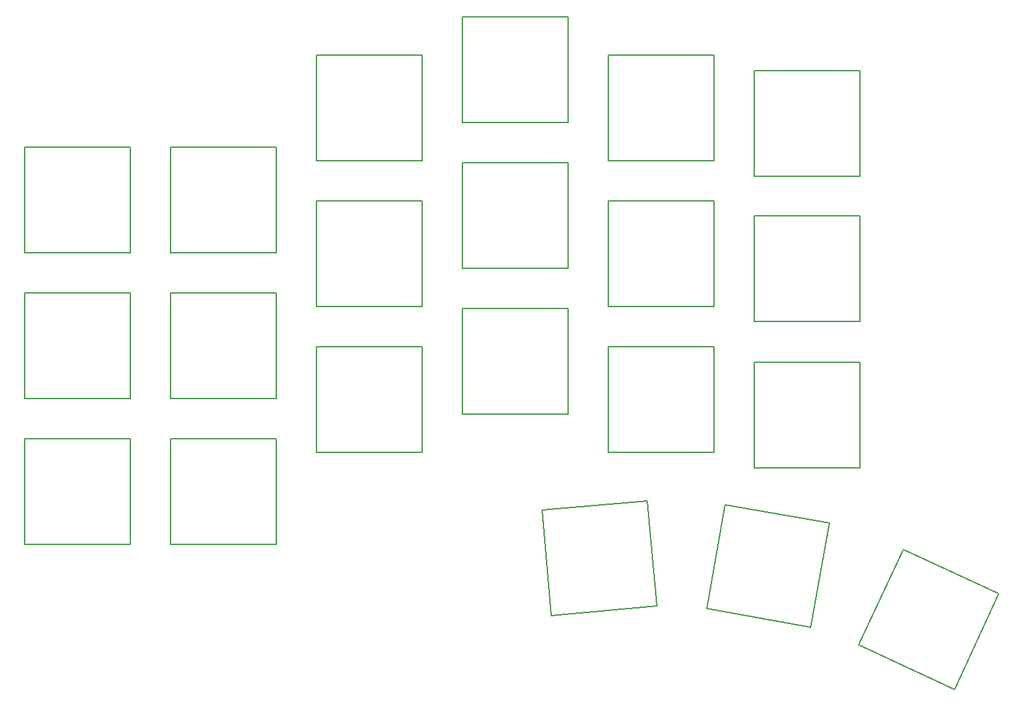
<source format=gbr>
%TF.GenerationSoftware,KiCad,Pcbnew,(6.0.11)*%
%TF.CreationDate,2023-02-16T19:43:17+01:00*%
%TF.ProjectId,keyboard_pcb,6b657962-6f61-4726-945f-7063622e6b69,rev1.0*%
%TF.SameCoordinates,Original*%
%TF.FileFunction,Other,ECO2*%
%FSLAX46Y46*%
G04 Gerber Fmt 4.6, Leading zero omitted, Abs format (unit mm)*
G04 Created by KiCad (PCBNEW (6.0.11)) date 2023-02-16 19:43:17*
%MOMM*%
%LPD*%
G01*
G04 APERTURE LIST*
%ADD10C,0.150000*%
G04 APERTURE END LIST*
D10*
%TO.C,K32*%
X174830410Y-126337458D02*
X187337458Y-132169590D01*
X193169590Y-119662542D02*
X180662542Y-113830410D01*
X193169590Y-119662542D02*
X187337458Y-132169590D01*
X174830410Y-126337458D02*
X180662542Y-113830410D01*
%TO.C,K31*%
X155006654Y-121597001D02*
X168597001Y-123993346D01*
X170993346Y-110402999D02*
X157402999Y-108006654D01*
X170993346Y-110402999D02*
X168597001Y-123993346D01*
X155006654Y-121597001D02*
X157402999Y-108006654D01*
%TO.C,K30*%
X134727631Y-122475118D02*
X148475118Y-121272369D01*
X147272369Y-107524882D02*
X133524882Y-108727631D01*
X147272369Y-107524882D02*
X148475118Y-121272369D01*
X134727631Y-122475118D02*
X133524882Y-108727631D01*
%TO.C,K25*%
X161250000Y-103208000D02*
X175050000Y-103208000D01*
X175050000Y-89408000D02*
X161250000Y-89408000D01*
X175050000Y-89408000D02*
X175050000Y-103208000D01*
X161250000Y-103208000D02*
X161250000Y-89408000D01*
%TO.C,K24*%
X142200000Y-101208000D02*
X156000000Y-101208000D01*
X156000000Y-87408000D02*
X142200000Y-87408000D01*
X156000000Y-87408000D02*
X156000000Y-101208000D01*
X142200000Y-101208000D02*
X142200000Y-87408000D01*
%TO.C,K23*%
X123150000Y-96208000D02*
X136950000Y-96208000D01*
X136950000Y-82408000D02*
X123150000Y-82408000D01*
X136950000Y-82408000D02*
X136950000Y-96208000D01*
X123150000Y-96208000D02*
X123150000Y-82408000D01*
%TO.C,K22*%
X104100000Y-101208000D02*
X117900000Y-101208000D01*
X117900000Y-87408000D02*
X104100000Y-87408000D01*
X117900000Y-87408000D02*
X117900000Y-101208000D01*
X104100000Y-101208000D02*
X104100000Y-87408000D01*
%TO.C,K21*%
X85050000Y-113208000D02*
X98850000Y-113208000D01*
X98850000Y-99408000D02*
X85050000Y-99408000D01*
X98850000Y-99408000D02*
X98850000Y-113208000D01*
X85050000Y-113208000D02*
X85050000Y-99408000D01*
%TO.C,K20*%
X66000000Y-113208000D02*
X79800000Y-113208000D01*
X79800000Y-99408000D02*
X66000000Y-99408000D01*
X79800000Y-99408000D02*
X79800000Y-113208000D01*
X66000000Y-113208000D02*
X66000000Y-99408000D01*
%TO.C,K15*%
X161250000Y-84071000D02*
X175050000Y-84071000D01*
X175050000Y-70271000D02*
X161250000Y-70271000D01*
X175050000Y-70271000D02*
X175050000Y-84071000D01*
X161250000Y-84071000D02*
X161250000Y-70271000D01*
%TO.C,K14*%
X142200000Y-82158000D02*
X156000000Y-82158000D01*
X156000000Y-68358000D02*
X142200000Y-68358000D01*
X156000000Y-68358000D02*
X156000000Y-82158000D01*
X142200000Y-82158000D02*
X142200000Y-68358000D01*
%TO.C,K13*%
X123150000Y-77158000D02*
X136950000Y-77158000D01*
X136950000Y-63358000D02*
X123150000Y-63358000D01*
X136950000Y-63358000D02*
X136950000Y-77158000D01*
X123150000Y-77158000D02*
X123150000Y-63358000D01*
%TO.C,K12*%
X104100000Y-82158000D02*
X117900000Y-82158000D01*
X117900000Y-68358000D02*
X104100000Y-68358000D01*
X117900000Y-68358000D02*
X117900000Y-82158000D01*
X104100000Y-82158000D02*
X104100000Y-68358000D01*
%TO.C,K11*%
X85050000Y-94158000D02*
X98850000Y-94158000D01*
X98850000Y-80358000D02*
X85050000Y-80358000D01*
X98850000Y-80358000D02*
X98850000Y-94158000D01*
X85050000Y-94158000D02*
X85050000Y-80358000D01*
%TO.C,K10*%
X66000000Y-94158000D02*
X79800000Y-94158000D01*
X79800000Y-80358000D02*
X66000000Y-80358000D01*
X79800000Y-80358000D02*
X79800000Y-94158000D01*
X66000000Y-94158000D02*
X66000000Y-80358000D01*
%TO.C,K5*%
X161250000Y-65108000D02*
X175050000Y-65108000D01*
X175050000Y-51308000D02*
X161250000Y-51308000D01*
X175050000Y-51308000D02*
X175050000Y-65108000D01*
X161250000Y-65108000D02*
X161250000Y-51308000D01*
%TO.C,K4*%
X142200000Y-63108000D02*
X156000000Y-63108000D01*
X156000000Y-49308000D02*
X142200000Y-49308000D01*
X156000000Y-49308000D02*
X156000000Y-63108000D01*
X142200000Y-63108000D02*
X142200000Y-49308000D01*
%TO.C,K3*%
X123150000Y-58108000D02*
X136950000Y-58108000D01*
X136950000Y-44308000D02*
X123150000Y-44308000D01*
X136950000Y-44308000D02*
X136950000Y-58108000D01*
X123150000Y-58108000D02*
X123150000Y-44308000D01*
%TO.C,K2*%
X104100000Y-63108000D02*
X117900000Y-63108000D01*
X117900000Y-49308000D02*
X104100000Y-49308000D01*
X117900000Y-49308000D02*
X117900000Y-63108000D01*
X104100000Y-63108000D02*
X104100000Y-49308000D01*
%TO.C,K1*%
X85050000Y-75108000D02*
X98850000Y-75108000D01*
X98850000Y-61308000D02*
X85050000Y-61308000D01*
X98850000Y-61308000D02*
X98850000Y-75108000D01*
X85050000Y-75108000D02*
X85050000Y-61308000D01*
%TO.C,K0*%
X66000000Y-75108000D02*
X79800000Y-75108000D01*
X79800000Y-61308000D02*
X66000000Y-61308000D01*
X79800000Y-61308000D02*
X79800000Y-75108000D01*
X66000000Y-75108000D02*
X66000000Y-61308000D01*
%TD*%
M02*

</source>
